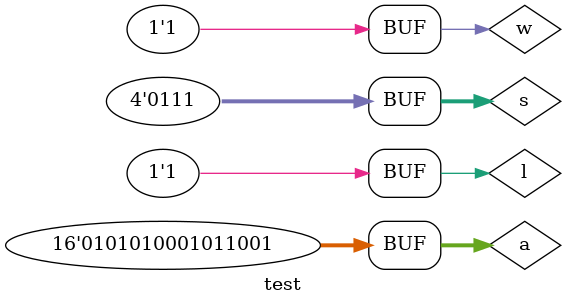
<source format=v>


`include "control.v"
module test();

reg [15:0]a;
reg [3:0]s;
reg w,l;
wire [15:0] b;

xyz b1(a[15:0],s[3:0],w,l,b[15:0]);

initial begin 
a = 16'b0101010001011001 ;
s = 4'b0010; 
w = 1'b0;
l = 1'b0;
#5
a = 16'b0101010001011001 ;
s = 4'b0010; 
w = 1'b1;
l = 1'b0;
#5
a = 16'b0101010001011001 ;
s = 4'b0111; 
w = 1'b1;
l = 1'b1;
end


initial begin 
$monitor ("a was %b and b is %b",a,b);
end 

endmodule 
</source>
